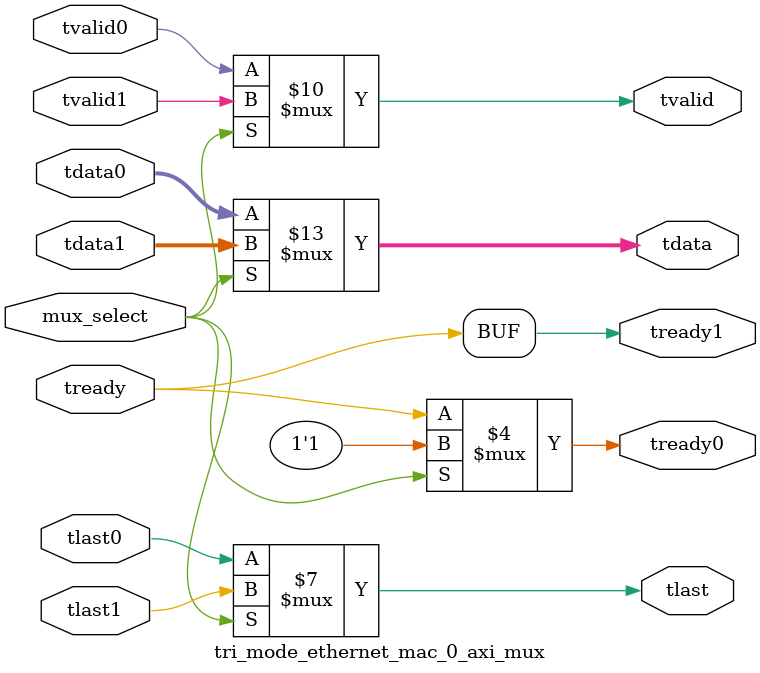
<source format=v>

`timescale 1 ps/1 ps

module tri_mode_ethernet_mac_0_axi_mux (
   input                   mux_select,

   // mux inputs
   input       [7:0]       tdata0,
   input                   tvalid0,
   input                   tlast0,
   output reg              tready0,
   
   input       [7:0]       tdata1,
   input                   tvalid1,
   input                   tlast1,
   output reg              tready1,
   
   // mux outputs
   output reg  [7:0]       tdata,
   output reg              tvalid,
   output reg              tlast,
   input                   tready
);

always @(mux_select or tdata0 or tvalid0 or tlast0 or tdata1 or 
         tvalid1 or tlast1)
begin
   if (mux_select) begin
      tdata    = tdata1;
      tvalid   = tvalid1;
      tlast    = tlast1;
   end
   else begin
      tdata    = tdata0;
      tvalid   = tvalid0;
      tlast    = tlast0;
   end
end

always @(mux_select or tready)
begin
   if (mux_select) begin
      tready0     = 1'b1;
   end
   else begin
      tready0     = tready;
   end
   tready1     = tready;
end

endmodule

</source>
